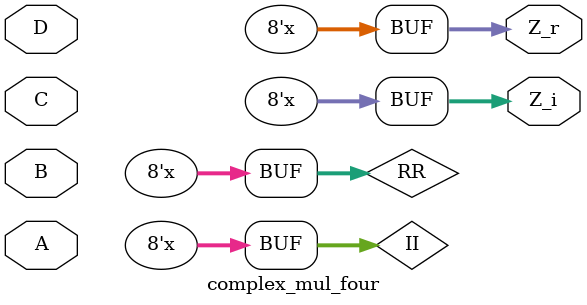
<source format=v>
module complex_mul_three(a,b,c,d,z_r,z_i);
input [3:0]a;
input [3:0]b;
input [3:0]c;
input [3:0]d;
output [7:0]z_r;
output [7:0]z_i;

reg [7:0]t1;
reg [7:0]t2;
reg [7:0]t3;
reg [5:0]a1;
reg [5:0]a2;

reg [7:0]rr;
reg [7:0]ii;

always @(*) begin
	t1 <= a*c;
	t2 <= b*d;
	a1 <= (a+b);
	a2 <= (c+d);
	t3 <= a1*a2;

	rr = t1-t2;
	ii = t3-t1-t2;
end

assign z_r = rr;
assign z_i = ii;

endmodule

module complex_mul_four(A,B,C,D,Z_r,Z_i);
input [3:0]A;
input [3:0]B;
input [3:0]C;
input [3:0]D;
output [7:0]Z_r;
output [7:0]Z_i;

reg [7:0]w1;
reg [7:0]w2;
reg [7:0]w3;
reg [7:0]w4;

reg [7:0]RR;
reg [7:0]II;

always @(*) begin
	w1 <= A*C;
	w2 <= B*D;
	w3 <= A*D;
	w4 <= B*C;

	RR = w1-w2;
	II = w3+w4;
end

assign Z_r = RR;
assign Z_i = II;

endmodule
</source>
